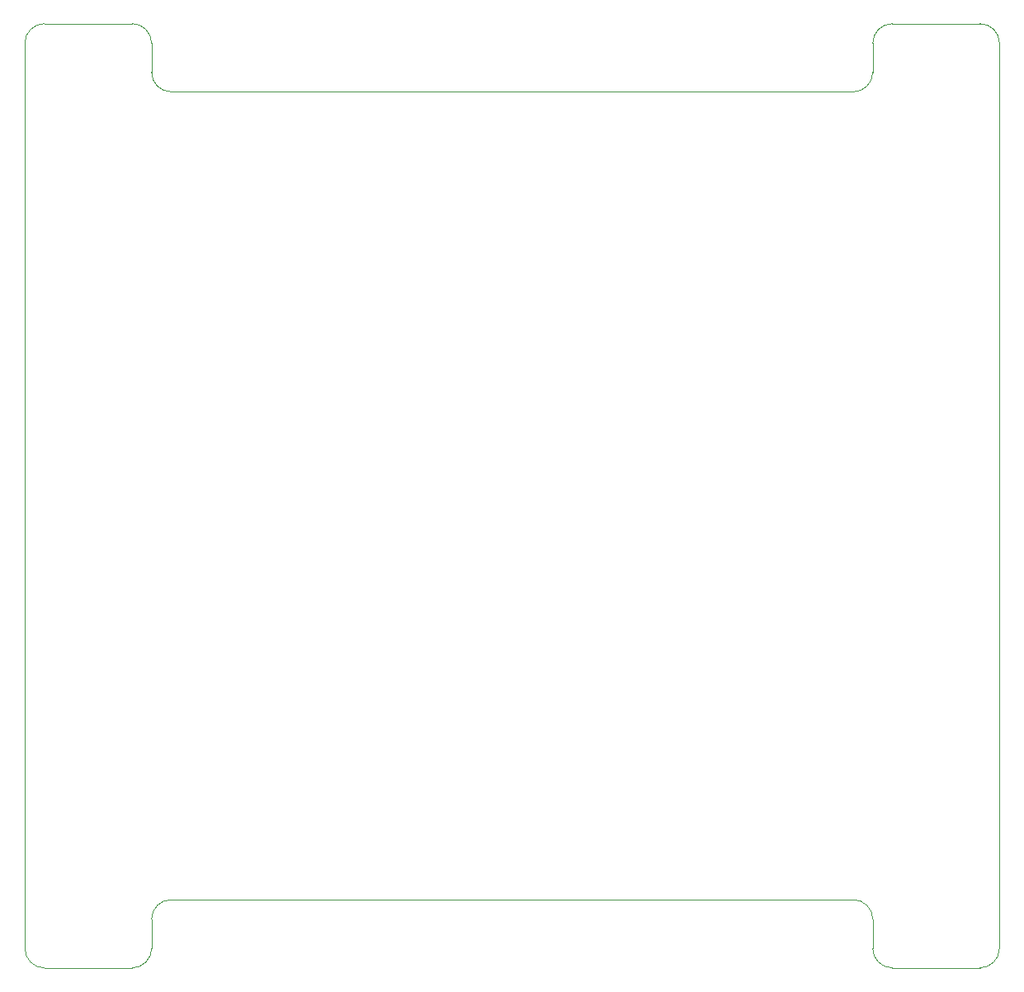
<source format=gbr>
G04 #@! TF.GenerationSoftware,KiCad,Pcbnew,5.1.5*
G04 #@! TF.CreationDate,2020-01-08T22:08:46+02:00*
G04 #@! TF.ProjectId,proto_II_assembly,70726f74-6f5f-4494-995f-617373656d62,rev?*
G04 #@! TF.SameCoordinates,Original*
G04 #@! TF.FileFunction,Profile,NP*
%FSLAX46Y46*%
G04 Gerber Fmt 4.6, Leading zero omitted, Abs format (unit mm)*
G04 Created by KiCad (PCBNEW 5.1.5) date 2020-01-08 22:08:46*
%MOMM*%
%LPD*%
G04 APERTURE LIST*
G04 #@! TA.AperFunction,Profile*
%ADD10C,0.100000*%
G04 #@! TD*
G04 APERTURE END LIST*
D10*
X122999999Y-40050000D02*
X53000000Y-40050000D01*
X137999998Y-128000001D02*
G75*
G02X136000001Y-130000000I-1999998J-1D01*
G01*
X37999999Y-35050001D02*
G75*
G02X40000000Y-33050000I2000001J0D01*
G01*
X137999999Y-35050001D02*
X137999999Y-128000002D01*
X50999999Y-125000001D02*
G75*
G02X53000000Y-123000000I2000001J0D01*
G01*
X50999998Y-128000001D02*
G75*
G02X49000001Y-130000000I-1999998J-1D01*
G01*
X124999999Y-35050000D02*
G75*
G02X126999999Y-33050000I2000000J0D01*
G01*
X135999998Y-33050000D02*
X126999999Y-33050000D01*
X49000000Y-33050001D02*
X40000000Y-33050000D01*
X40000000Y-130000001D02*
G75*
G02X38000000Y-127999999I1J2000001D01*
G01*
X51000000Y-35050001D02*
X51000000Y-38050000D01*
X135999999Y-33050001D02*
G75*
G02X137999999Y-35050001I0J-2000000D01*
G01*
X53000000Y-40050000D02*
G75*
G02X51000000Y-38050000I0J2000000D01*
G01*
X122999999Y-123000001D02*
G75*
G02X125000000Y-125000000I1J-2000000D01*
G01*
X49000000Y-33050001D02*
G75*
G02X51000000Y-35050001I0J-2000000D01*
G01*
X125000000Y-127999999D02*
X125000000Y-125000000D01*
X124999999Y-38050000D02*
G75*
G02X122999999Y-40050000I-2000000J0D01*
G01*
X49000001Y-130000000D02*
X40000001Y-130000000D01*
X124999999Y-35050000D02*
X124999999Y-38050000D01*
X123000000Y-123000000D02*
X53000000Y-123000000D01*
X38000000Y-127999999D02*
X38000000Y-35050001D01*
X136000001Y-130000000D02*
X127000001Y-130000000D01*
X51000000Y-125000001D02*
X51000000Y-128000001D01*
X126999999Y-130000000D02*
G75*
G02X125000000Y-127999999I1J2000000D01*
G01*
M02*

</source>
